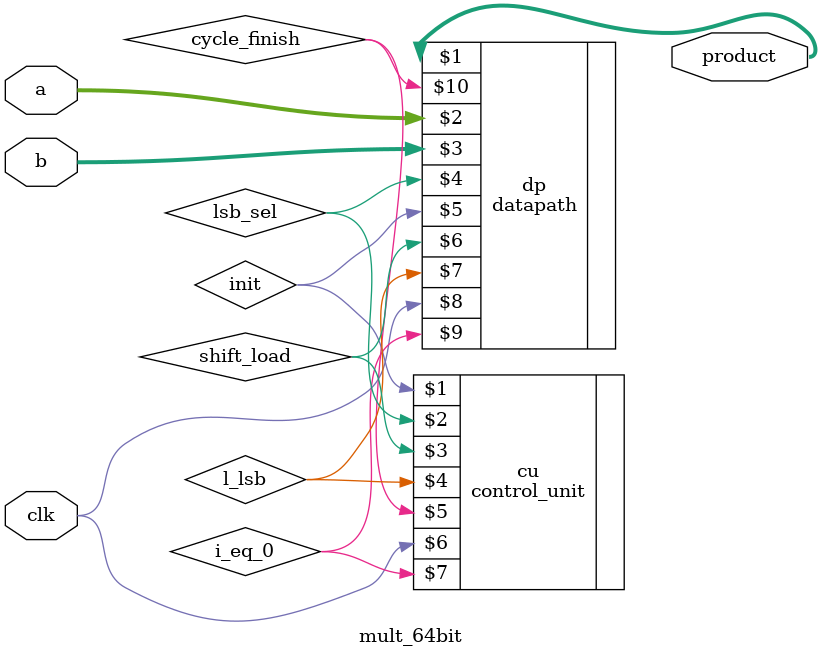
<source format=v>
`define CLOCK 4
module mult_64bit(product, a, b, clk);

input [31:0] a, b;
input clk;
output [63:0]product;

wire [63:0] prod_wire;
wire init, lsb_sel, shift_load, l_lsb, cycle_finish, i_eq_0;

control_unit cu(init, lsb_sel, shift_load, l_lsb, cycle_finish, clk, i_eq_0);
datapath dp(product, a, b, lsb_sel, init, shift_load, l_lsb, clk, i_eq_0, cycle_finish);

//module datapath(res, multiplicant, multiplier, lsb_select, init, shift_load, l_lsb, clk, i_eq_0, cycle_finish);
//module control_unit( init, lsb_sel, shift_load, l_lsb, finish_cycle, clk, i_eq_0);
//define clock cycle


always @(posedge clk) begin
	//product <= prod_wire;
end

endmodule
</source>
